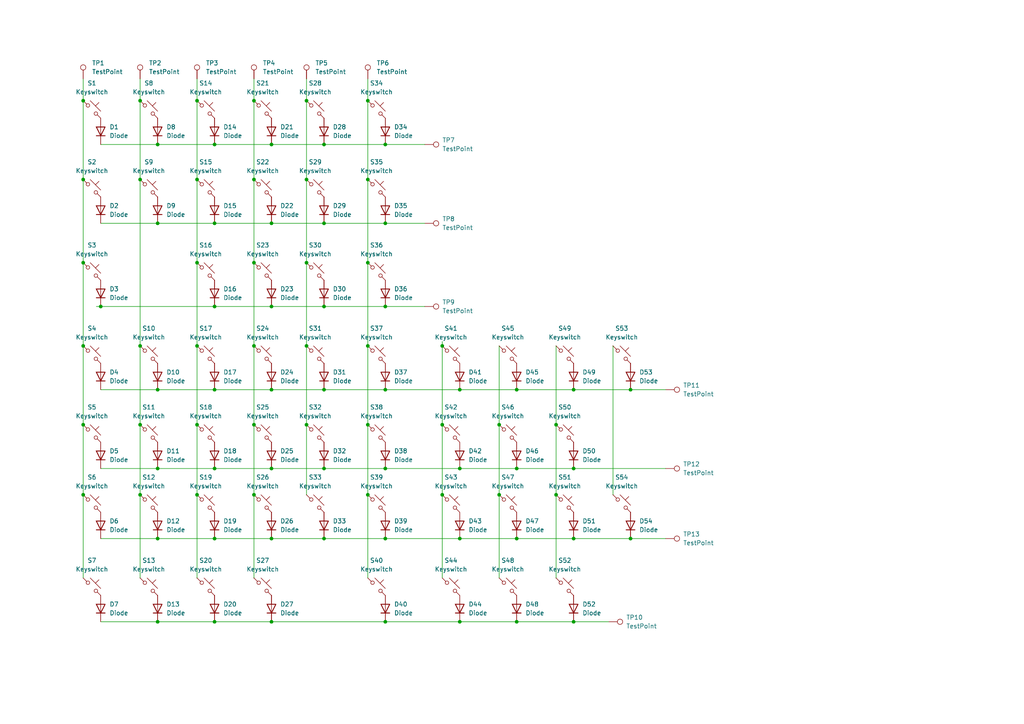
<source format=kicad_sch>
(kicad_sch (version 20231120) (generator "eeschema") (generator_version "8.0")
  (paper "A4")
  (junction (at 73.66 29.21))
  (junction (at 62.23 180.34))
  (junction (at 88.9 123.19))
  (junction (at 78.74 113.03))
  (junction (at 161.29 143.51))
  (junction (at 24.13 100.33))
  (junction (at 45.72 41.91))
  (junction (at 62.23 135.89))
  (junction (at 133.35 113.03))
  (junction (at 62.23 88.9))
  (junction (at 106.68 123.19))
  (junction (at 106.68 100.33))
  (junction (at 144.78 123.19))
  (junction (at 93.98 135.89))
  (junction (at 166.37 156.21))
  (junction (at 161.29 123.19))
  (junction (at 111.76 41.91))
  (junction (at 93.98 64.77))
  (junction (at 106.68 76.2))
  (junction (at 106.68 52.07))
  (junction (at 88.9 52.07))
  (junction (at 93.98 156.21))
  (junction (at 73.66 100.33))
  (junction (at 73.66 143.51))
  (junction (at 24.13 76.2))
  (junction (at 45.72 156.21))
  (junction (at 57.15 143.51))
  (junction (at 62.23 64.77))
  (junction (at 40.64 52.07))
  (junction (at 57.15 100.33))
  (junction (at 111.76 64.77))
  (junction (at 88.9 100.33))
  (junction (at 182.88 156.21))
  (junction (at 88.9 76.2))
  (junction (at 128.27 123.19))
  (junction (at 166.37 135.89))
  (junction (at 149.86 156.21))
  (junction (at 128.27 143.51))
  (junction (at 149.86 180.34))
  (junction (at 62.23 113.03))
  (junction (at 40.64 100.33))
  (junction (at 40.64 29.21))
  (junction (at 111.76 180.34))
  (junction (at 62.23 156.21))
  (junction (at 62.23 41.91))
  (junction (at 78.74 41.91))
  (junction (at 133.35 180.34))
  (junction (at 73.66 123.19))
  (junction (at 57.15 76.2))
  (junction (at 111.76 88.9))
  (junction (at 106.68 143.51))
  (junction (at 93.98 88.9))
  (junction (at 73.66 52.07))
  (junction (at 78.74 88.9))
  (junction (at 24.13 123.19))
  (junction (at 45.72 180.34))
  (junction (at 88.9 29.21))
  (junction (at 166.37 180.34))
  (junction (at 78.74 156.21))
  (junction (at 128.27 100.33))
  (junction (at 106.68 29.21))
  (junction (at 149.86 113.03))
  (junction (at 111.76 156.21))
  (junction (at 78.74 180.34))
  (junction (at 40.64 143.51))
  (junction (at 24.13 143.51))
  (junction (at 57.15 123.19))
  (junction (at 40.64 123.19))
  (junction (at 144.78 143.51))
  (junction (at 78.74 135.89))
  (junction (at 182.88 113.03))
  (junction (at 166.37 113.03))
  (junction (at 73.66 76.2))
  (junction (at 133.35 156.21))
  (junction (at 45.72 113.03))
  (junction (at 24.13 52.07))
  (junction (at 24.13 29.21))
  (junction (at 111.76 113.03))
  (junction (at 111.76 135.89))
  (junction (at 93.98 113.03))
  (junction (at 149.86 135.89))
  (junction (at 93.98 41.91))
  (junction (at 45.72 64.77))
  (junction (at 78.74 64.77))
  (junction (at 57.15 52.07))
  (junction (at 133.35 135.89))
  (junction (at 29.21 88.9))
  (junction (at 45.72 135.89))
  (junction (at 57.15 29.21))
  (wire (pts (xy 93.98 88.9) (xy 111.76 88.9)))
  (wire (pts (xy 45.72 113.03) (xy 62.23 113.03)))
  (wire (pts (xy 166.37 113.03) (xy 182.88 113.03)))
  (wire (pts (xy 111.76 135.89) (xy 133.35 135.89)))
  (wire (pts (xy 149.86 180.34) (xy 166.37 180.34)))
  (wire (pts (xy 161.29 100.33) (xy 161.29 123.19)))
  (wire (pts (xy 88.9 100.33) (xy 88.9 123.19)))
  (wire (pts (xy 62.23 156.21) (xy 78.74 156.21)))
  (wire (pts (xy 62.23 41.91) (xy 78.74 41.91)))
  (wire (pts (xy 24.13 143.51) (xy 24.13 167.64)))
  (wire (pts (xy 149.86 156.21) (xy 166.37 156.21)))
  (wire (pts (xy 45.72 156.21) (xy 62.23 156.21)))
  (wire (pts (xy 73.66 22.86) (xy 73.66 29.21)))
  (wire (pts (xy 78.74 156.21) (xy 93.98 156.21)))
  (wire (pts (xy 106.68 100.33) (xy 106.68 123.19)))
  (wire (pts (xy 24.13 100.33) (xy 24.13 123.19)))
  (wire (pts (xy 57.15 143.51) (xy 57.15 167.64)))
  (wire (pts (xy 93.98 135.89) (xy 111.76 135.89)))
  (wire (pts (xy 40.64 100.33) (xy 40.64 123.19)))
  (wire (pts (xy 78.74 135.89) (xy 93.98 135.89)))
  (wire (pts (xy 57.15 52.07) (xy 57.15 76.2)))
  (wire (pts (xy 78.74 88.9) (xy 93.98 88.9)))
  (wire (pts (xy 88.9 123.19) (xy 88.9 143.51)))
  (wire (pts (xy 40.64 52.07) (xy 40.64 100.33)))
  (wire (pts (xy 40.64 123.19) (xy 40.64 143.51)))
  (wire (pts (xy 40.64 22.86) (xy 40.64 29.21)))
  (wire (pts (xy 57.15 29.21) (xy 57.15 52.07)))
  (wire (pts (xy 128.27 123.19) (xy 128.27 143.51)))
  (wire (pts (xy 133.35 180.34) (xy 149.86 180.34)))
  (wire (pts (xy 24.13 22.86) (xy 24.13 29.21)))
  (wire (pts (xy 24.13 52.07) (xy 24.13 76.2)))
  (wire (pts (xy 166.37 156.21) (xy 182.88 156.21)))
  (wire (pts (xy 24.13 29.21) (xy 24.13 52.07)))
  (wire (pts (xy 133.35 135.89) (xy 149.86 135.89)))
  (wire (pts (xy 73.66 29.21) (xy 73.66 52.07)))
  (wire (pts (xy 182.88 113.03) (xy 193.04 113.03)))
  (wire (pts (xy 161.29 123.19) (xy 161.29 143.51)))
  (wire (pts (xy 106.68 22.86) (xy 106.68 29.21)))
  (wire (pts (xy 161.29 143.51) (xy 161.29 167.64)))
  (wire (pts (xy 73.66 52.07) (xy 73.66 76.2)))
  (wire (pts (xy 88.9 29.21) (xy 88.9 52.07)))
  (wire (pts (xy 62.23 113.03) (xy 78.74 113.03)))
  (wire (pts (xy 106.68 29.21) (xy 106.68 52.07)))
  (wire (pts (xy 133.35 156.21) (xy 149.86 156.21)))
  (wire (pts (xy 133.35 113.03) (xy 149.86 113.03)))
  (wire (pts (xy 45.72 64.77) (xy 62.23 64.77)))
  (wire (pts (xy 29.21 64.77) (xy 45.72 64.77)))
  (wire (pts (xy 128.27 100.33) (xy 128.27 123.19)))
  (wire (pts (xy 24.13 123.19) (xy 24.13 143.51)))
  (wire (pts (xy 144.78 100.33) (xy 144.78 123.19)))
  (wire (pts (xy 88.9 22.86) (xy 88.9 29.21)))
  (wire (pts (xy 111.76 113.03) (xy 133.35 113.03)))
  (wire (pts (xy 88.9 52.07) (xy 88.9 76.2)))
  (wire (pts (xy 29.21 113.03) (xy 45.72 113.03)))
  (wire (pts (xy 62.23 88.9) (xy 78.74 88.9)))
  (wire (pts (xy 57.15 22.86) (xy 57.15 29.21)))
  (wire (pts (xy 166.37 180.34) (xy 176.53 180.34)))
  (wire (pts (xy 62.23 180.34) (xy 78.74 180.34)))
  (wire (pts (xy 128.27 143.51) (xy 128.27 167.64)))
  (wire (pts (xy 29.21 135.89) (xy 45.72 135.89)))
  (wire (pts (xy 62.23 135.89) (xy 78.74 135.89)))
  (wire (pts (xy 106.68 143.51) (xy 106.68 167.64)))
  (wire (pts (xy 24.13 76.2) (xy 24.13 100.33)))
  (wire (pts (xy 111.76 180.34) (xy 133.35 180.34)))
  (wire (pts (xy 57.15 100.33) (xy 57.15 123.19)))
  (wire (pts (xy 29.21 41.91) (xy 45.72 41.91)))
  (wire (pts (xy 78.74 41.91) (xy 93.98 41.91)))
  (wire (pts (xy 57.15 76.2) (xy 57.15 100.33)))
  (wire (pts (xy 45.72 41.91) (xy 62.23 41.91)))
  (wire (pts (xy 62.23 64.77) (xy 78.74 64.77)))
  (wire (pts (xy 93.98 156.21) (xy 111.76 156.21)))
  (wire (pts (xy 93.98 113.03) (xy 111.76 113.03)))
  (wire (pts (xy 45.72 135.89) (xy 62.23 135.89)))
  (wire (pts (xy 144.78 123.19) (xy 144.78 143.51)))
  (wire (pts (xy 93.98 41.91) (xy 111.76 41.91)))
  (wire (pts (xy 29.21 180.34) (xy 45.72 180.34)))
  (wire (pts (xy 149.86 135.89) (xy 166.37 135.89)))
  (wire (pts (xy 149.86 113.03) (xy 166.37 113.03)))
  (wire (pts (xy 166.37 135.89) (xy 193.04 135.89)))
  (wire (pts (xy 73.66 100.33) (xy 73.66 123.19)))
  (wire (pts (xy 40.64 29.21) (xy 40.64 52.07)))
  (wire (pts (xy 78.74 180.34) (xy 111.76 180.34)))
  (wire (pts (xy 106.68 76.2) (xy 106.68 100.33)))
  (wire (pts (xy 182.88 156.21) (xy 193.04 156.21)))
  (wire (pts (xy 106.68 52.07) (xy 106.68 76.2)))
  (wire (pts (xy 78.74 64.77) (xy 93.98 64.77)))
  (wire (pts (xy 111.76 88.9) (xy 123.19 88.9)))
  (wire (pts (xy 73.66 143.51) (xy 73.66 167.64)))
  (wire (pts (xy 93.98 64.77) (xy 111.76 64.77)))
  (wire (pts (xy 144.78 143.51) (xy 144.78 167.64)))
  (wire (pts (xy 73.66 76.2) (xy 73.66 100.33)))
  (wire (pts (xy 57.15 123.19) (xy 57.15 143.51)))
  (wire (pts (xy 106.68 123.19) (xy 106.68 143.51)))
  (wire (pts (xy 45.72 180.34) (xy 62.23 180.34)))
  (wire (pts (xy 40.64 143.51) (xy 40.64 167.64)))
  (wire (pts (xy 29.21 156.21) (xy 45.72 156.21)))
  (wire (pts (xy 128.27 99.06) (xy 128.27 100.33)))
  (wire (pts (xy 111.76 156.21) (xy 133.35 156.21)))
  (wire (pts (xy 111.76 41.91) (xy 123.19 41.91)))
  (wire (pts (xy 27.94 88.9) (xy 29.21 88.9)))
  (wire (pts (xy 78.74 113.03) (xy 93.98 113.03)))
  (wire (pts (xy 88.9 76.2) (xy 88.9 100.33)))
  (wire (pts (xy 73.66 123.19) (xy 73.66 143.51)))
  (wire (pts (xy 177.8 100.33) (xy 177.8 143.51)))
  (wire (pts (xy 111.76 64.77) (xy 123.19 64.77)))
  (wire (pts (xy 29.21 88.9) (xy 62.23 88.9)))
  (symbol (lib_id "ScottoKeebs:Placeholder_Keyswitch") (at 43.18 102.87 0) (unit 1)
    (property "Reference" "S10" (at 43.18 95.25 0))
    (property "Value" "Keyswitch" (at 43.18 97.79 0))
    (property "Footprint" "DomeSwitches:DomeSwitch_8mm_double_sided" (effects (hide yes)))
    (property "Description" "Push button switch, normally open, two pins, 45° tilted" (effects (hide yes)))
  )
  (symbol (lib_id "ScottoKeebs:Placeholder_Keyswitch") (at 163.83 146.05 0) (unit 1)
    (property "Reference" "S51" (at 163.83 138.43 0))
    (property "Value" "Keyswitch" (at 163.83 140.97 0))
    (property "Footprint" "DomeSwitches:DomeSwitch_8mm_double_sided" (effects (hide yes)))
    (property "Description" "Push button switch, normally open, two pins, 45° tilted" (effects (hide yes)))
  )
  (symbol (lib_id "ScottoKeebs:Placeholder_Diode") (at 111.76 109.22 90) (unit 1)
    (property "Reference" "D37" (at 114.3 107.9499 90) (effects (justify right)))
    (property "Value" "Diode" (at 114.3 110.4899 90) (effects (justify right)))
    (property "Footprint" "Diode_SMD:D_PowerDI-123" (effects (hide yes)))
    (property "Description" "1N4148 (DO-35) or 1N4148W (SOD-123)" (effects (hide yes)))
    (property "Sim.Device" "D" (effects (hide yes)))
    (property "Sim.Pins" "1=K 2=A" (effects (hide yes)))
  )
  (symbol (lib_id "Connector:TestPoint") (at 24.13 22.86 0) (unit 1)
    (property "Reference" "TP1" (at 26.67 18.2879 0) (effects (justify left)))
    (property "Value" "TestPoint" (at 26.67 20.8279 0) (effects (justify left)))
    (property "Footprint" "TestPoint:TestPoint_Pad_D1.5mm" (effects (hide yes)))
    (property "Description" "test point" (effects (hide yes)))
  )
  (symbol (lib_id "ScottoKeebs:Placeholder_Keyswitch") (at 130.81 102.87 0) (unit 1)
    (property "Reference" "S41" (at 130.81 95.25 0))
    (property "Value" "Keyswitch" (at 130.81 97.79 0))
    (property "Footprint" "DomeSwitches:DomeSwitch_8mm_double_sided" (effects (hide yes)))
    (property "Description" "Push button switch, normally open, two pins, 45° tilted" (effects (hide yes)))
  )
  (symbol (lib_id "ScottoKeebs:Placeholder_Diode") (at 166.37 152.4 90) (unit 1)
    (property "Reference" "D51" (at 168.91 151.1299 90) (effects (justify right)))
    (property "Value" "Diode" (at 168.91 153.6699 90) (effects (justify right)))
    (property "Footprint" "Diode_SMD:D_PowerDI-123" (effects (hide yes)))
    (property "Description" "1N4148 (DO-35) or 1N4148W (SOD-123)" (effects (hide yes)))
    (property "Sim.Device" "D" (effects (hide yes)))
    (property "Sim.Pins" "1=K 2=A" (effects (hide yes)))
  )
  (symbol (lib_id "ScottoKeebs:Placeholder_Diode") (at 29.21 109.22 90) (unit 1)
    (property "Reference" "D4" (at 31.75 107.9499 90) (effects (justify right)))
    (property "Value" "Diode" (at 31.75 110.4899 90) (effects (justify right)))
    (property "Footprint" "Diode_SMD:D_PowerDI-123" (effects (hide yes)))
    (property "Description" "1N4148 (DO-35) or 1N4148W (SOD-123)" (effects (hide yes)))
    (property "Sim.Device" "D" (effects (hide yes)))
    (property "Sim.Pins" "1=K 2=A" (effects (hide yes)))
  )
  (symbol (lib_id "ScottoKeebs:Placeholder_Diode") (at 45.72 38.1 90) (unit 1)
    (property "Reference" "D8" (at 48.26 36.8299 90) (effects (justify right)))
    (property "Value" "Diode" (at 48.26 39.3699 90) (effects (justify right)))
    (property "Footprint" "Diode_SMD:D_PowerDI-123" (effects (hide yes)))
    (property "Description" "1N4148 (DO-35) or 1N4148W (SOD-123)" (effects (hide yes)))
    (property "Sim.Device" "D" (effects (hide yes)))
    (property "Sim.Pins" "1=K 2=A" (effects (hide yes)))
  )
  (symbol (lib_id "ScottoKeebs:Placeholder_Keyswitch") (at 43.18 54.61 0) (unit 1)
    (property "Reference" "S9" (at 43.18 46.99 0))
    (property "Value" "Keyswitch" (at 43.18 49.53 0))
    (property "Footprint" "DomeSwitches:DomeSwitch_8mm_double_sided" (effects (hide yes)))
    (property "Description" "Push button switch, normally open, two pins, 45° tilted" (effects (hide yes)))
  )
  (symbol (lib_id "ScottoKeebs:Placeholder_Diode") (at 29.21 38.1 90) (unit 1)
    (property "Reference" "D1" (at 31.75 36.8299 90) (effects (justify right)))
    (property "Value" "Diode" (at 31.75 39.3699 90) (effects (justify right)))
    (property "Footprint" "Diode_SMD:D_PowerDI-123" (effects (hide yes)))
    (property "Description" "1N4148 (DO-35) or 1N4148W (SOD-123)" (effects (hide yes)))
    (property "Sim.Device" "D" (effects (hide yes)))
    (property "Sim.Pins" "1=K 2=A" (effects (hide yes)))
  )
  (symbol (lib_id "ScottoKeebs:Placeholder_Diode") (at 93.98 60.96 90) (unit 1)
    (property "Reference" "D29" (at 96.52 59.6899 90) (effects (justify right)))
    (property "Value" "Diode" (at 96.52 62.2299 90) (effects (justify right)))
    (property "Footprint" "Diode_SMD:D_PowerDI-123" (effects (hide yes)))
    (property "Description" "1N4148 (DO-35) or 1N4148W (SOD-123)" (effects (hide yes)))
    (property "Sim.Device" "D" (effects (hide yes)))
    (property "Sim.Pins" "1=K 2=A" (effects (hide yes)))
  )
  (symbol (lib_id "ScottoKeebs:Placeholder_Diode") (at 93.98 132.08 90) (unit 1)
    (property "Reference" "D32" (at 96.52 130.8099 90) (effects (justify right)))
    (property "Value" "Diode" (at 96.52 133.3499 90) (effects (justify right)))
    (property "Footprint" "Diode_SMD:D_PowerDI-123" (effects (hide yes)))
    (property "Description" "1N4148 (DO-35) or 1N4148W (SOD-123)" (effects (hide yes)))
    (property "Sim.Device" "D" (effects (hide yes)))
    (property "Sim.Pins" "1=K 2=A" (effects (hide yes)))
  )
  (symbol (lib_id "ScottoKeebs:Placeholder_Keyswitch") (at 109.22 102.87 0) (unit 1)
    (property "Reference" "S37" (at 109.22 95.25 0))
    (property "Value" "Keyswitch" (at 109.22 97.79 0))
    (property "Footprint" "DomeSwitches:DomeSwitch_8mm_double_sided" (effects (hide yes)))
    (property "Description" "Push button switch, normally open, two pins, 45° tilted" (effects (hide yes)))
  )
  (symbol (lib_id "ScottoKeebs:Placeholder_Diode") (at 78.74 152.4 90) (unit 1)
    (property "Reference" "D26" (at 81.28 151.1299 90) (effects (justify right)))
    (property "Value" "Diode" (at 81.28 153.6699 90) (effects (justify right)))
    (property "Footprint" "Diode_SMD:D_PowerDI-123" (effects (hide yes)))
    (property "Description" "1N4148 (DO-35) or 1N4148W (SOD-123)" (effects (hide yes)))
    (property "Sim.Device" "D" (effects (hide yes)))
    (property "Sim.Pins" "1=K 2=A" (effects (hide yes)))
  )
  (symbol (lib_id "ScottoKeebs:Placeholder_Diode") (at 62.23 132.08 90) (unit 1)
    (property "Reference" "D18" (at 64.77 130.8099 90) (effects (justify right)))
    (property "Value" "Diode" (at 64.77 133.3499 90) (effects (justify right)))
    (property "Footprint" "Diode_SMD:D_PowerDI-123" (effects (hide yes)))
    (property "Description" "1N4148 (DO-35) or 1N4148W (SOD-123)" (effects (hide yes)))
    (property "Sim.Device" "D" (effects (hide yes)))
    (property "Sim.Pins" "1=K 2=A" (effects (hide yes)))
  )
  (symbol (lib_id "ScottoKeebs:Placeholder_Keyswitch") (at 59.69 31.75 0) (unit 1)
    (property "Reference" "S14" (at 59.69 24.13 0))
    (property "Value" "Keyswitch" (at 59.69 26.67 0))
    (property "Footprint" "DomeSwitches:DomeSwitch_8mm_double_sided" (effects (hide yes)))
    (property "Description" "Push button switch, normally open, two pins, 45° tilted" (effects (hide yes)))
  )
  (symbol (lib_id "ScottoKeebs:Placeholder_Diode") (at 93.98 38.1 90) (unit 1)
    (property "Reference" "D28" (at 96.52 36.8299 90) (effects (justify right)))
    (property "Value" "Diode" (at 96.52 39.3699 90) (effects (justify right)))
    (property "Footprint" "Diode_SMD:D_PowerDI-123" (effects (hide yes)))
    (property "Description" "1N4148 (DO-35) or 1N4148W (SOD-123)" (effects (hide yes)))
    (property "Sim.Device" "D" (effects (hide yes)))
    (property "Sim.Pins" "1=K 2=A" (effects (hide yes)))
  )
  (symbol (lib_id "ScottoKeebs:Placeholder_Diode") (at 62.23 60.96 90) (unit 1)
    (property "Reference" "D15" (at 64.77 59.6899 90) (effects (justify right)))
    (property "Value" "Diode" (at 64.77 62.2299 90) (effects (justify right)))
    (property "Footprint" "Diode_SMD:D_PowerDI-123" (effects (hide yes)))
    (property "Description" "1N4148 (DO-35) or 1N4148W (SOD-123)" (effects (hide yes)))
    (property "Sim.Device" "D" (effects (hide yes)))
    (property "Sim.Pins" "1=K 2=A" (effects (hide yes)))
  )
  (symbol (lib_id "Connector:TestPoint") (at 193.04 113.03 270) (unit 1)
    (property "Reference" "TP11" (at 198.12 111.7599 90) (effects (justify left)))
    (property "Value" "TestPoint" (at 198.12 114.2999 90) (effects (justify left)))
    (property "Footprint" "TestPoint:TestPoint_Pad_D1.5mm" (effects (hide yes)))
    (property "Description" "test point" (effects (hide yes)))
  )
  (symbol (lib_id "ScottoKeebs:Placeholder_Keyswitch") (at 76.2 125.73 0) (unit 1)
    (property "Reference" "S25" (at 76.2 118.11 0))
    (property "Value" "Keyswitch" (at 76.2 120.65 0))
    (property "Footprint" "DomeSwitches:DomeSwitch_8mm_double_sided" (effects (hide yes)))
    (property "Description" "Push button switch, normally open, two pins, 45° tilted" (effects (hide yes)))
  )
  (symbol (lib_id "ScottoKeebs:Placeholder_Keyswitch") (at 76.2 78.74 0) (unit 1)
    (property "Reference" "S23" (at 76.2 71.12 0))
    (property "Value" "Keyswitch" (at 76.2 73.66 0))
    (property "Footprint" "DomeSwitches:DomeSwitch_8mm_double_sided" (effects (hide yes)))
    (property "Description" "Push button switch, normally open, two pins, 45° tilted" (effects (hide yes)))
  )
  (symbol (lib_id "ScottoKeebs:Placeholder_Keyswitch") (at 26.67 78.74 0) (unit 1)
    (property "Reference" "S3" (at 26.67 71.12 0))
    (property "Value" "Keyswitch" (at 26.67 73.66 0))
    (property "Footprint" "DomeSwitches:DomeSwitch_8mm_double_sided" (effects (hide yes)))
    (property "Description" "Push button switch, normally open, two pins, 45° tilted" (effects (hide yes)))
  )
  (symbol (lib_id "ScottoKeebs:Placeholder_Keyswitch") (at 163.83 102.87 0) (unit 1)
    (property "Reference" "S49" (at 163.83 95.25 0))
    (property "Value" "Keyswitch" (at 163.83 97.79 0))
    (property "Footprint" "DomeSwitches:DomeSwitch_8mm_double_sided" (effects (hide yes)))
    (property "Description" "Push button switch, normally open, two pins, 45° tilted" (effects (hide yes)))
  )
  (symbol (lib_id "ScottoKeebs:Placeholder_Diode") (at 29.21 176.53 90) (unit 1)
    (property "Reference" "D7" (at 31.75 175.2599 90) (effects (justify right)))
    (property "Value" "Diode" (at 31.75 177.7999 90) (effects (justify right)))
    (property "Footprint" "Diode_SMD:D_PowerDI-123" (effects (hide yes)))
    (property "Description" "1N4148 (DO-35) or 1N4148W (SOD-123)" (effects (hide yes)))
    (property "Sim.Device" "D" (effects (hide yes)))
    (property "Sim.Pins" "1=K 2=A" (effects (hide yes)))
  )
  (symbol (lib_id "ScottoKeebs:Placeholder_Keyswitch") (at 43.18 31.75 0) (unit 1)
    (property "Reference" "S8" (at 43.18 24.13 0))
    (property "Value" "Keyswitch" (at 43.18 26.67 0))
    (property "Footprint" "DomeSwitches:DomeSwitch_8mm_double_sided" (effects (hide yes)))
    (property "Description" "Push button switch, normally open, two pins, 45° tilted" (effects (hide yes)))
  )
  (symbol (lib_id "ScottoKeebs:Placeholder_Keyswitch") (at 26.67 125.73 0) (unit 1)
    (property "Reference" "S5" (at 26.67 118.11 0))
    (property "Value" "Keyswitch" (at 26.67 120.65 0))
    (property "Footprint" "DomeSwitches:DomeSwitch_8mm_double_sided" (effects (hide yes)))
    (property "Description" "Push button switch, normally open, two pins, 45° tilted" (effects (hide yes)))
  )
  (symbol (lib_id "ScottoKeebs:Placeholder_Keyswitch") (at 76.2 54.61 0) (unit 1)
    (property "Reference" "S22" (at 76.2 46.99 0))
    (property "Value" "Keyswitch" (at 76.2 49.53 0))
    (property "Footprint" "DomeSwitches:DomeSwitch_8mm_double_sided" (effects (hide yes)))
    (property "Description" "Push button switch, normally open, two pins, 45° tilted" (effects (hide yes)))
  )
  (symbol (lib_id "ScottoKeebs:Placeholder_Diode") (at 78.74 38.1 90) (unit 1)
    (property "Reference" "D21" (at 81.28 36.8299 90) (effects (justify right)))
    (property "Value" "Diode" (at 81.28 39.3699 90) (effects (justify right)))
    (property "Footprint" "Diode_SMD:D_PowerDI-123" (effects (hide yes)))
    (property "Description" "1N4148 (DO-35) or 1N4148W (SOD-123)" (effects (hide yes)))
    (property "Sim.Device" "D" (effects (hide yes)))
    (property "Sim.Pins" "1=K 2=A" (effects (hide yes)))
  )
  (symbol (lib_id "ScottoKeebs:Placeholder_Keyswitch") (at 163.83 170.18 0) (unit 1)
    (property "Reference" "S52" (at 163.83 162.56 0))
    (property "Value" "Keyswitch" (at 163.83 165.1 0))
    (property "Footprint" "DomeSwitches:DomeSwitch_8mm_double_sided" (effects (hide yes)))
    (property "Description" "Push button switch, normally open, two pins, 45° tilted" (effects (hide yes)))
  )
  (symbol (lib_id "Connector:TestPoint") (at 57.15 22.86 0) (unit 1)
    (property "Reference" "TP3" (at 59.69 18.2879 0) (effects (justify left)))
    (property "Value" "TestPoint" (at 59.69 20.8279 0) (effects (justify left)))
    (property "Footprint" "TestPoint:TestPoint_Pad_D1.5mm" (effects (hide yes)))
    (property "Description" "test point" (effects (hide yes)))
  )
  (symbol (lib_id "ScottoKeebs:Placeholder_Diode") (at 78.74 176.53 90) (unit 1)
    (property "Reference" "D27" (at 81.28 175.2599 90) (effects (justify right)))
    (property "Value" "Diode" (at 81.28 177.7999 90) (effects (justify right)))
    (property "Footprint" "Diode_SMD:D_PowerDI-123" (effects (hide yes)))
    (property "Description" "1N4148 (DO-35) or 1N4148W (SOD-123)" (effects (hide yes)))
    (property "Sim.Device" "D" (effects (hide yes)))
    (property "Sim.Pins" "1=K 2=A" (effects (hide yes)))
  )
  (symbol (lib_id "ScottoKeebs:Placeholder_Diode") (at 29.21 85.09 90) (unit 1)
    (property "Reference" "D3" (at 31.75 83.8199 90) (effects (justify right)))
    (property "Value" "Diode" (at 31.75 86.3599 90) (effects (justify right)))
    (property "Footprint" "Diode_SMD:D_PowerDI-123" (effects (hide yes)))
    (property "Description" "1N4148 (DO-35) or 1N4148W (SOD-123)" (effects (hide yes)))
    (property "Sim.Device" "D" (effects (hide yes)))
    (property "Sim.Pins" "1=K 2=A" (effects (hide yes)))
  )
  (symbol (lib_id "ScottoKeebs:Placeholder_Diode") (at 78.74 60.96 90) (unit 1)
    (property "Reference" "D22" (at 81.28 59.6899 90) (effects (justify right)))
    (property "Value" "Diode" (at 81.28 62.2299 90) (effects (justify right)))
    (property "Footprint" "Diode_SMD:D_PowerDI-123" (effects (hide yes)))
    (property "Description" "1N4148 (DO-35) or 1N4148W (SOD-123)" (effects (hide yes)))
    (property "Sim.Device" "D" (effects (hide yes)))
    (property "Sim.Pins" "1=K 2=A" (effects (hide yes)))
  )
  (symbol (lib_id "ScottoKeebs:Placeholder_Keyswitch") (at 109.22 31.75 0) (unit 1)
    (property "Reference" "S34" (at 109.22 24.13 0))
    (property "Value" "Keyswitch" (at 109.22 26.67 0))
    (property "Footprint" "DomeSwitches:DomeSwitch_8mm_double_sided" (effects (hide yes)))
    (property "Description" "Push button switch, normally open, two pins, 45° tilted" (effects (hide yes)))
  )
  (symbol (lib_id "ScottoKeebs:Placeholder_Keyswitch") (at 43.18 146.05 0) (unit 1)
    (property "Reference" "S12" (at 43.18 138.43 0))
    (property "Value" "Keyswitch" (at 43.18 140.97 0))
    (property "Footprint" "DomeSwitches:DomeSwitch_8mm_double_sided" (effects (hide yes)))
    (property "Description" "Push button switch, normally open, two pins, 45° tilted" (effects (hide yes)))
  )
  (symbol (lib_id "ScottoKeebs:Placeholder_Keyswitch") (at 109.22 125.73 0) (unit 1)
    (property "Reference" "S38" (at 109.22 118.11 0))
    (property "Value" "Keyswitch" (at 109.22 120.65 0))
    (property "Footprint" "DomeSwitches:DomeSwitch_8mm_double_sided" (effects (hide yes)))
    (property "Description" "Push button switch, normally open, two pins, 45° tilted" (effects (hide yes)))
  )
  (symbol (lib_id "ScottoKeebs:Placeholder_Diode") (at 166.37 109.22 90) (unit 1)
    (property "Reference" "D49" (at 168.91 107.9499 90) (effects (justify right)))
    (property "Value" "Diode" (at 168.91 110.4899 90) (effects (justify right)))
    (property "Footprint" "Diode_SMD:D_PowerDI-123" (effects (hide yes)))
    (property "Description" "1N4148 (DO-35) or 1N4148W (SOD-123)" (effects (hide yes)))
    (property "Sim.Device" "D" (effects (hide yes)))
    (property "Sim.Pins" "1=K 2=A" (effects (hide yes)))
  )
  (symbol (lib_id "ScottoKeebs:Placeholder_Diode") (at 93.98 85.09 90) (unit 1)
    (property "Reference" "D30" (at 96.52 83.8199 90) (effects (justify right)))
    (property "Value" "Diode" (at 96.52 86.3599 90) (effects (justify right)))
    (property "Footprint" "Diode_SMD:D_PowerDI-123" (effects (hide yes)))
    (property "Description" "1N4148 (DO-35) or 1N4148W (SOD-123)" (effects (hide yes)))
    (property "Sim.Device" "D" (effects (hide yes)))
    (property "Sim.Pins" "1=K 2=A" (effects (hide yes)))
  )
  (symbol (lib_id "Connector:TestPoint") (at 193.04 135.89 270) (unit 1)
    (property "Reference" "TP12" (at 198.12 134.6199 90) (effects (justify left)))
    (property "Value" "TestPoint" (at 198.12 137.1599 90) (effects (justify left)))
    (property "Footprint" "TestPoint:TestPoint_Pad_D1.5mm" (effects (hide yes)))
    (property "Description" "test point" (effects (hide yes)))
  )
  (symbol (lib_id "ScottoKeebs:Placeholder_Keyswitch") (at 91.44 125.73 0) (unit 1)
    (property "Reference" "S32" (at 91.44 118.11 0))
    (property "Value" "Keyswitch" (at 91.44 120.65 0))
    (property "Footprint" "DomeSwitches:DomeSwitch_8mm_double_sided" (effects (hide yes)))
    (property "Description" "Push button switch, normally open, two pins, 45° tilted" (effects (hide yes)))
  )
  (symbol (lib_id "ScottoKeebs:Placeholder_Diode") (at 133.35 152.4 90) (unit 1)
    (property "Reference" "D43" (at 135.89 151.1299 90) (effects (justify right)))
    (property "Value" "Diode" (at 135.89 153.6699 90) (effects (justify right)))
    (property "Footprint" "Diode_SMD:D_PowerDI-123" (effects (hide yes)))
    (property "Description" "1N4148 (DO-35) or 1N4148W (SOD-123)" (effects (hide yes)))
    (property "Sim.Device" "D" (effects (hide yes)))
    (property "Sim.Pins" "1=K 2=A" (effects (hide yes)))
  )
  (symbol (lib_id "ScottoKeebs:Placeholder_Keyswitch") (at 91.44 31.75 0) (unit 1)
    (property "Reference" "S28" (at 91.44 24.13 0))
    (property "Value" "Keyswitch" (at 91.44 26.67 0))
    (property "Footprint" "DomeSwitches:DomeSwitch_8mm_double_sided" (effects (hide yes)))
    (property "Description" "Push button switch, normally open, two pins, 45° tilted" (effects (hide yes)))
  )
  (symbol (lib_id "ScottoKeebs:Placeholder_Keyswitch") (at 109.22 78.74 0) (unit 1)
    (property "Reference" "S36" (at 109.22 71.12 0))
    (property "Value" "Keyswitch" (at 109.22 73.66 0))
    (property "Footprint" "DomeSwitches:DomeSwitch_8mm_double_sided" (effects (hide yes)))
    (property "Description" "Push button switch, normally open, two pins, 45° tilted" (effects (hide yes)))
  )
  (symbol (lib_id "ScottoKeebs:Placeholder_Diode") (at 45.72 60.96 90) (unit 1)
    (property "Reference" "D9" (at 48.26 59.6899 90) (effects (justify right)))
    (property "Value" "Diode" (at 48.26 62.2299 90) (effects (justify right)))
    (property "Footprint" "Diode_SMD:D_PowerDI-123" (effects (hide yes)))
    (property "Description" "1N4148 (DO-35) or 1N4148W (SOD-123)" (effects (hide yes)))
    (property "Sim.Device" "D" (effects (hide yes)))
    (property "Sim.Pins" "1=K 2=A" (effects (hide yes)))
  )
  (symbol (lib_id "ScottoKeebs:Placeholder_Diode") (at 29.21 132.08 90) (unit 1)
    (property "Reference" "D5" (at 31.75 130.8099 90) (effects (justify right)))
    (property "Value" "Diode" (at 31.75 133.3499 90) (effects (justify right)))
    (property "Footprint" "Diode_SMD:D_PowerDI-123" (effects (hide yes)))
    (property "Description" "1N4148 (DO-35) or 1N4148W (SOD-123)" (effects (hide yes)))
    (property "Sim.Device" "D" (effects (hide yes)))
    (property "Sim.Pins" "1=K 2=A" (effects (hide yes)))
  )
  (symbol (lib_id "ScottoKeebs:Placeholder_Diode") (at 111.76 60.96 90) (unit 1)
    (property "Reference" "D35" (at 114.3 59.6899 90) (effects (justify right)))
    (property "Value" "Diode" (at 114.3 62.2299 90) (effects (justify right)))
    (property "Footprint" "Diode_SMD:D_PowerDI-123" (effects (hide yes)))
    (property "Description" "1N4148 (DO-35) or 1N4148W (SOD-123)" (effects (hide yes)))
    (property "Sim.Device" "D" (effects (hide yes)))
    (property "Sim.Pins" "1=K 2=A" (effects (hide yes)))
  )
  (symbol (lib_id "ScottoKeebs:Placeholder_Keyswitch") (at 26.67 102.87 0) (unit 1)
    (property "Reference" "S4" (at 26.67 95.25 0))
    (property "Value" "Keyswitch" (at 26.67 97.79 0))
    (property "Footprint" "DomeSwitches:DomeSwitch_8mm_double_sided" (effects (hide yes)))
    (property "Description" "Push button switch, normally open, two pins, 45° tilted" (effects (hide yes)))
  )
  (symbol (lib_id "ScottoKeebs:Placeholder_Keyswitch") (at 91.44 78.74 0) (unit 1)
    (property "Reference" "S30" (at 91.44 71.12 0))
    (property "Value" "Keyswitch" (at 91.44 73.66 0))
    (property "Footprint" "DomeSwitches:DomeSwitch_8mm_double_sided" (effects (hide yes)))
    (property "Description" "Push button switch, normally open, two pins, 45° tilted" (effects (hide yes)))
  )
  (symbol (lib_id "ScottoKeebs:Placeholder_Keyswitch") (at 109.22 146.05 0) (unit 1)
    (property "Reference" "S39" (at 109.22 138.43 0))
    (property "Value" "Keyswitch" (at 109.22 140.97 0))
    (property "Footprint" "DomeSwitches:DomeSwitch_8mm_double_sided" (effects (hide yes)))
    (property "Description" "Push button switch, normally open, two pins, 45° tilted" (effects (hide yes)))
  )
  (symbol (lib_id "Connector:TestPoint") (at 106.68 22.86 0) (unit 1)
    (property "Reference" "TP6" (at 109.22 18.2879 0) (effects (justify left)))
    (property "Value" "TestPoint" (at 109.22 20.8279 0) (effects (justify left)))
    (property "Footprint" "TestPoint:TestPoint_Pad_D1.5mm" (effects (hide yes)))
    (property "Description" "test point" (effects (hide yes)))
  )
  (symbol (lib_id "ScottoKeebs:Placeholder_Keyswitch") (at 26.67 170.18 0) (unit 1)
    (property "Reference" "S7" (at 26.67 162.56 0))
    (property "Value" "Keyswitch" (at 26.67 165.1 0))
    (property "Footprint" "DomeSwitches:DomeSwitch_8mm_double_sided" (effects (hide yes)))
    (property "Description" "Push button switch, normally open, two pins, 45° tilted" (effects (hide yes)))
  )
  (symbol (lib_id "ScottoKeebs:Placeholder_Diode") (at 111.76 176.53 90) (unit 1)
    (property "Reference" "D40" (at 114.3 175.2599 90) (effects (justify right)))
    (property "Value" "Diode" (at 114.3 177.7999 90) (effects (justify right)))
    (property "Footprint" "Diode_SMD:D_PowerDI-123" (effects (hide yes)))
    (property "Description" "1N4148 (DO-35) or 1N4148W (SOD-123)" (effects (hide yes)))
    (property "Sim.Device" "D" (effects (hide yes)))
    (property "Sim.Pins" "1=K 2=A" (effects (hide yes)))
  )
  (symbol (lib_id "ScottoKeebs:Placeholder_Diode") (at 78.74 85.09 90) (unit 1)
    (property "Reference" "D23" (at 81.28 83.8199 90) (effects (justify right)))
    (property "Value" "Diode" (at 81.28 86.3599 90) (effects (justify right)))
    (property "Footprint" "Diode_SMD:D_PowerDI-123" (effects (hide yes)))
    (property "Description" "1N4148 (DO-35) or 1N4148W (SOD-123)" (effects (hide yes)))
    (property "Sim.Device" "D" (effects (hide yes)))
    (property "Sim.Pins" "1=K 2=A" (effects (hide yes)))
  )
  (symbol (lib_id "ScottoKeebs:Placeholder_Keyswitch") (at 180.34 102.87 0) (unit 1)
    (property "Reference" "S53" (at 180.34 95.25 0))
    (property "Value" "Keyswitch" (at 180.34 97.79 0))
    (property "Footprint" "DomeSwitches:DomeSwitch_8mm_double_sided" (effects (hide yes)))
    (property "Description" "Push button switch, normally open, two pins, 45° tilted" (effects (hide yes)))
  )
  (symbol (lib_id "ScottoKeebs:Placeholder_Diode") (at 182.88 152.4 90) (unit 1)
    (property "Reference" "D54" (at 185.42 151.1299 90) (effects (justify right)))
    (property "Value" "Diode" (at 185.42 153.6699 90) (effects (justify right)))
    (property "Footprint" "Diode_SMD:D_PowerDI-123" (effects (hide yes)))
    (property "Description" "1N4148 (DO-35) or 1N4148W (SOD-123)" (effects (hide yes)))
    (property "Sim.Device" "D" (effects (hide yes)))
    (property "Sim.Pins" "1=K 2=A" (effects (hide yes)))
  )
  (symbol (lib_id "ScottoKeebs:Placeholder_Keyswitch") (at 147.32 170.18 0) (unit 1)
    (property "Reference" "S48" (at 147.32 162.56 0))
    (property "Value" "Keyswitch" (at 147.32 165.1 0))
    (property "Footprint" "DomeSwitches:DomeSwitch_8mm_double_sided" (effects (hide yes)))
    (property "Description" "Push button switch, normally open, two pins, 45° tilted" (effects (hide yes)))
  )
  (symbol (lib_id "Connector:TestPoint") (at 176.53 180.34 270) (unit 1)
    (property "Reference" "TP10" (at 181.61 179.0699 90) (effects (justify left)))
    (property "Value" "TestPoint" (at 181.61 181.6099 90) (effects (justify left)))
    (property "Footprint" "TestPoint:TestPoint_Pad_D1.5mm" (effects (hide yes)))
    (property "Description" "test point" (effects (hide yes)))
  )
  (symbol (lib_id "ScottoKeebs:Placeholder_Diode") (at 45.72 109.22 90) (unit 1)
    (property "Reference" "D10" (at 48.26 107.9499 90) (effects (justify right)))
    (property "Value" "Diode" (at 48.26 110.4899 90) (effects (justify right)))
    (property "Footprint" "Diode_SMD:D_PowerDI-123" (effects (hide yes)))
    (property "Description" "1N4148 (DO-35) or 1N4148W (SOD-123)" (effects (hide yes)))
    (property "Sim.Device" "D" (effects (hide yes)))
    (property "Sim.Pins" "1=K 2=A" (effects (hide yes)))
  )
  (symbol (lib_id "ScottoKeebs:Placeholder_Diode") (at 149.86 132.08 90) (unit 1)
    (property "Reference" "D46" (at 152.4 130.8099 90) (effects (justify right)))
    (property "Value" "Diode" (at 152.4 133.3499 90) (effects (justify right)))
    (property "Footprint" "Diode_SMD:D_PowerDI-123" (effects (hide yes)))
    (property "Description" "1N4148 (DO-35) or 1N4148W (SOD-123)" (effects (hide yes)))
    (property "Sim.Device" "D" (effects (hide yes)))
    (property "Sim.Pins" "1=K 2=A" (effects (hide yes)))
  )
  (symbol (lib_id "ScottoKeebs:Placeholder_Diode") (at 45.72 132.08 90) (unit 1)
    (property "Reference" "D11" (at 48.26 130.8099 90) (effects (justify right)))
    (property "Value" "Diode" (at 48.26 133.3499 90) (effects (justify right)))
    (property "Footprint" "Diode_SMD:D_PowerDI-123" (effects (hide yes)))
    (property "Description" "1N4148 (DO-35) or 1N4148W (SOD-123)" (effects (hide yes)))
    (property "Sim.Device" "D" (effects (hide yes)))
    (property "Sim.Pins" "1=K 2=A" (effects (hide yes)))
  )
  (symbol (lib_id "ScottoKeebs:Placeholder_Diode") (at 45.72 152.4 90) (unit 1)
    (property "Reference" "D12" (at 48.26 151.1299 90) (effects (justify right)))
    (property "Value" "Diode" (at 48.26 153.6699 90) (effects (justify right)))
    (property "Footprint" "Diode_SMD:D_PowerDI-123" (effects (hide yes)))
    (property "Description" "1N4148 (DO-35) or 1N4148W (SOD-123)" (effects (hide yes)))
    (property "Sim.Device" "D" (effects (hide yes)))
    (property "Sim.Pins" "1=K 2=A" (effects (hide yes)))
  )
  (symbol (lib_id "ScottoKeebs:Placeholder_Keyswitch") (at 130.81 146.05 0) (unit 1)
    (property "Reference" "S43" (at 130.81 138.43 0))
    (property "Value" "Keyswitch" (at 130.81 140.97 0))
    (property "Footprint" "DomeSwitches:DomeSwitch_8mm_double_sided" (effects (hide yes)))
    (property "Description" "Push button switch, normally open, two pins, 45° tilted" (effects (hide yes)))
  )
  (symbol (lib_id "ScottoKeebs:Placeholder_Diode") (at 93.98 152.4 90) (unit 1)
    (property "Reference" "D33" (at 96.52 151.1299 90) (effects (justify right)))
    (property "Value" "Diode" (at 96.52 153.6699 90) (effects (justify right)))
    (property "Footprint" "Diode_SMD:D_PowerDI-123" (effects (hide yes)))
    (property "Description" "1N4148 (DO-35) or 1N4148W (SOD-123)" (effects (hide yes)))
    (property "Sim.Device" "D" (effects (hide yes)))
    (property "Sim.Pins" "1=K 2=A" (effects (hide yes)))
  )
  (symbol (lib_id "ScottoKeebs:Placeholder_Diode") (at 149.86 152.4 90) (unit 1)
    (property "Reference" "D47" (at 152.4 151.1299 90) (effects (justify right)))
    (property "Value" "Diode" (at 152.4 153.6699 90) (effects (justify right)))
    (property "Footprint" "Diode_SMD:D_PowerDI-123" (effects (hide yes)))
    (property "Description" "1N4148 (DO-35) or 1N4148W (SOD-123)" (effects (hide yes)))
    (property "Sim.Device" "D" (effects (hide yes)))
    (property "Sim.Pins" "1=K 2=A" (effects (hide yes)))
  )
  (symbol (lib_id "ScottoKeebs:Placeholder_Diode") (at 45.72 176.53 90) (unit 1)
    (property "Reference" "D13" (at 48.26 175.2599 90) (effects (justify right)))
    (property "Value" "Diode" (at 48.26 177.7999 90) (effects (justify right)))
    (property "Footprint" "Diode_SMD:D_PowerDI-123" (effects (hide yes)))
    (property "Description" "1N4148 (DO-35) or 1N4148W (SOD-123)" (effects (hide yes)))
    (property "Sim.Device" "D" (effects (hide yes)))
    (property "Sim.Pins" "1=K 2=A" (effects (hide yes)))
  )
  (symbol (lib_id "ScottoKeebs:Placeholder_Diode") (at 111.76 132.08 90) (unit 1)
    (property "Reference" "D38" (at 114.3 130.8099 90) (effects (justify right)))
    (property "Value" "Diode" (at 114.3 133.3499 90) (effects (justify right)))
    (property "Footprint" "Diode_SMD:D_PowerDI-123" (effects (hide yes)))
    (property "Description" "1N4148 (DO-35) or 1N4148W (SOD-123)" (effects (hide yes)))
    (property "Sim.Device" "D" (effects (hide yes)))
    (property "Sim.Pins" "1=K 2=A" (effects (hide yes)))
  )
  (symbol (lib_id "ScottoKeebs:Placeholder_Diode") (at 62.23 152.4 90) (unit 1)
    (property "Reference" "D19" (at 64.77 151.1299 90) (effects (justify right)))
    (property "Value" "Diode" (at 64.77 153.6699 90) (effects (justify right)))
    (property "Footprint" "Diode_SMD:D_PowerDI-123" (effects (hide yes)))
    (property "Description" "1N4148 (DO-35) or 1N4148W (SOD-123)" (effects (hide yes)))
    (property "Sim.Device" "D" (effects (hide yes)))
    (property "Sim.Pins" "1=K 2=A" (effects (hide yes)))
  )
  (symbol (lib_id "Connector:TestPoint") (at 40.64 22.86 0) (unit 1)
    (property "Reference" "TP2" (at 43.18 18.2879 0) (effects (justify left)))
    (property "Value" "TestPoint" (at 43.18 20.8279 0) (effects (justify left)))
    (property "Footprint" "TestPoint:TestPoint_Pad_D1.5mm" (effects (hide yes)))
    (property "Description" "test point" (effects (hide yes)))
  )
  (symbol (lib_id "ScottoKeebs:Placeholder_Keyswitch") (at 109.22 54.61 0) (unit 1)
    (property "Reference" "S35" (at 109.22 46.99 0))
    (property "Value" "Keyswitch" (at 109.22 49.53 0))
    (property "Footprint" "DomeSwitches:DomeSwitch_8mm_double_sided" (effects (hide yes)))
    (property "Description" "Push button switch, normally open, two pins, 45° tilted" (effects (hide yes)))
  )
  (symbol (lib_id "ScottoKeebs:Placeholder_Keyswitch") (at 76.2 146.05 0) (unit 1)
    (property "Reference" "S26" (at 76.2 138.43 0))
    (property "Value" "Keyswitch" (at 76.2 140.97 0))
    (property "Footprint" "DomeSwitches:DomeSwitch_8mm_double_sided" (effects (hide yes)))
    (property "Description" "Push button switch, normally open, two pins, 45° tilted" (effects (hide yes)))
  )
  (symbol (lib_id "ScottoKeebs:Placeholder_Diode") (at 182.88 109.22 90) (unit 1)
    (property "Reference" "D53" (at 185.42 107.9499 90) (effects (justify right)))
    (property "Value" "Diode" (at 185.42 110.4899 90) (effects (justify right)))
    (property "Footprint" "Diode_SMD:D_PowerDI-123" (effects (hide yes)))
    (property "Description" "1N4148 (DO-35) or 1N4148W (SOD-123)" (effects (hide yes)))
    (property "Sim.Device" "D" (effects (hide yes)))
    (property "Sim.Pins" "1=K 2=A" (effects (hide yes)))
  )
  (symbol (lib_id "ScottoKeebs:Placeholder_Diode") (at 166.37 176.53 90) (unit 1)
    (property "Reference" "D52" (at 168.91 175.2599 90) (effects (justify right)))
    (property "Value" "Diode" (at 168.91 177.7999 90) (effects (justify right)))
    (property "Footprint" "Diode_SMD:D_PowerDI-123" (effects (hide yes)))
    (property "Description" "1N4148 (DO-35) or 1N4148W (SOD-123)" (effects (hide yes)))
    (property "Sim.Device" "D" (effects (hide yes)))
    (property "Sim.Pins" "1=K 2=A" (effects (hide yes)))
  )
  (symbol (lib_id "ScottoKeebs:Placeholder_Keyswitch") (at 59.69 54.61 0) (unit 1)
    (property "Reference" "S15" (at 59.69 46.99 0))
    (property "Value" "Keyswitch" (at 59.69 49.53 0))
    (property "Footprint" "DomeSwitches:DomeSwitch_8mm_double_sided" (effects (hide yes)))
    (property "Description" "Push button switch, normally open, two pins, 45° tilted" (effects (hide yes)))
  )
  (symbol (lib_id "ScottoKeebs:Placeholder_Diode") (at 78.74 132.08 90) (unit 1)
    (property "Reference" "D25" (at 81.28 130.8099 90) (effects (justify right)))
    (property "Value" "Diode" (at 81.28 133.3499 90) (effects (justify right)))
    (property "Footprint" "Diode_SMD:D_PowerDI-123" (effects (hide yes)))
    (property "Description" "1N4148 (DO-35) or 1N4148W (SOD-123)" (effects (hide yes)))
    (property "Sim.Device" "D" (effects (hide yes)))
    (property "Sim.Pins" "1=K 2=A" (effects (hide yes)))
  )
  (symbol (lib_id "ScottoKeebs:Placeholder_Diode") (at 133.35 132.08 90) (unit 1)
    (property "Reference" "D42" (at 135.89 130.8099 90) (effects (justify right)))
    (property "Value" "Diode" (at 135.89 133.3499 90) (effects (justify right)))
    (property "Footprint" "Diode_SMD:D_PowerDI-123" (effects (hide yes)))
    (property "Description" "1N4148 (DO-35) or 1N4148W (SOD-123)" (effects (hide yes)))
    (property "Sim.Device" "D" (effects (hide yes)))
    (property "Sim.Pins" "1=K 2=A" (effects (hide yes)))
  )
  (symbol (lib_id "ScottoKeebs:Placeholder_Diode") (at 62.23 176.53 90) (unit 1)
    (property "Reference" "D20" (at 64.77 175.2599 90) (effects (justify right)))
    (property "Value" "Diode" (at 64.77 177.7999 90) (effects (justify right)))
    (property "Footprint" "Diode_SMD:D_PowerDI-123" (effects (hide yes)))
    (property "Description" "1N4148 (DO-35) or 1N4148W (SOD-123)" (effects (hide yes)))
    (property "Sim.Device" "D" (effects (hide yes)))
    (property "Sim.Pins" "1=K 2=A" (effects (hide yes)))
  )
  (symbol (lib_id "ScottoKeebs:Placeholder_Keyswitch") (at 91.44 54.61 0) (unit 1)
    (property "Reference" "S29" (at 91.44 46.99 0))
    (property "Value" "Keyswitch" (at 91.44 49.53 0))
    (property "Footprint" "DomeSwitches:DomeSwitch_8mm_double_sided" (effects (hide yes)))
    (property "Description" "Push button switch, normally open, two pins, 45° tilted" (effects (hide yes)))
  )
  (symbol (lib_id "ScottoKeebs:Placeholder_Diode") (at 111.76 38.1 90) (unit 1)
    (property "Reference" "D34" (at 114.3 36.8299 90) (effects (justify right)))
    (property "Value" "Diode" (at 114.3 39.3699 90) (effects (justify right)))
    (property "Footprint" "Diode_SMD:D_PowerDI-123" (effects (hide yes)))
    (property "Description" "1N4148 (DO-35) or 1N4148W (SOD-123)" (effects (hide yes)))
    (property "Sim.Device" "D" (effects (hide yes)))
    (property "Sim.Pins" "1=K 2=A" (effects (hide yes)))
  )
  (symbol (lib_id "Connector:TestPoint") (at 123.19 64.77 270) (unit 1)
    (property "Reference" "TP8" (at 128.27 63.4999 90) (effects (justify left)))
    (property "Value" "TestPoint" (at 128.27 66.0399 90) (effects (justify left)))
    (property "Footprint" "TestPoint:TestPoint_Pad_D1.5mm" (effects (hide yes)))
    (property "Description" "test point" (effects (hide yes)))
  )
  (symbol (lib_id "ScottoKeebs:Placeholder_Diode") (at 133.35 109.22 90) (unit 1)
    (property "Reference" "D41" (at 135.89 107.9499 90) (effects (justify right)))
    (property "Value" "Diode" (at 135.89 110.4899 90) (effects (justify right)))
    (property "Footprint" "Diode_SMD:D_PowerDI-123" (effects (hide yes)))
    (property "Description" "1N4148 (DO-35) or 1N4148W (SOD-123)" (effects (hide yes)))
    (property "Sim.Device" "D" (effects (hide yes)))
    (property "Sim.Pins" "1=K 2=A" (effects (hide yes)))
  )
  (symbol (lib_id "ScottoKeebs:Placeholder_Keyswitch") (at 130.81 125.73 0) (unit 1)
    (property "Reference" "S42" (at 130.81 118.11 0))
    (property "Value" "Keyswitch" (at 130.81 120.65 0))
    (property "Footprint" "DomeSwitches:DomeSwitch_8mm_double_sided" (effects (hide yes)))
    (property "Description" "Push button switch, normally open, two pins, 45° tilted" (effects (hide yes)))
  )
  (symbol (lib_id "ScottoKeebs:Placeholder_Diode") (at 29.21 60.96 90) (unit 1)
    (property "Reference" "D2" (at 31.75 59.6899 90) (effects (justify right)))
    (property "Value" "Diode" (at 31.75 62.2299 90) (effects (justify right)))
    (property "Footprint" "Diode_SMD:D_PowerDI-123" (effects (hide yes)))
    (property "Description" "1N4148 (DO-35) or 1N4148W (SOD-123)" (effects (hide yes)))
    (property "Sim.Device" "D" (effects (hide yes)))
    (property "Sim.Pins" "1=K 2=A" (effects (hide yes)))
  )
  (symbol (lib_id "ScottoKeebs:Placeholder_Keyswitch") (at 76.2 102.87 0) (unit 1)
    (property "Reference" "S24" (at 76.2 95.25 0))
    (property "Value" "Keyswitch" (at 76.2 97.79 0))
    (property "Footprint" "DomeSwitches:DomeSwitch_8mm_double_sided" (effects (hide yes)))
    (property "Description" "Push button switch, normally open, two pins, 45° tilted" (effects (hide yes)))
  )
  (symbol (lib_id "ScottoKeebs:Placeholder_Diode") (at 29.21 152.4 90) (unit 1)
    (property "Reference" "D6" (at 31.75 151.1299 90) (effects (justify right)))
    (property "Value" "Diode" (at 31.75 153.6699 90) (effects (justify right)))
    (property "Footprint" "Diode_SMD:D_PowerDI-123" (effects (hide yes)))
    (property "Description" "1N4148 (DO-35) or 1N4148W (SOD-123)" (effects (hide yes)))
    (property "Sim.Device" "D" (effects (hide yes)))
    (property "Sim.Pins" "1=K 2=A" (effects (hide yes)))
  )
  (symbol (lib_id "ScottoKeebs:Placeholder_Diode") (at 149.86 176.53 90) (unit 1)
    (property "Reference" "D48" (at 152.4 175.2599 90) (effects (justify right)))
    (property "Value" "Diode" (at 152.4 177.7999 90) (effects (justify right)))
    (property "Footprint" "Diode_SMD:D_PowerDI-123" (effects (hide yes)))
    (property "Description" "1N4148 (DO-35) or 1N4148W (SOD-123)" (effects (hide yes)))
    (property "Sim.Device" "D" (effects (hide yes)))
    (property "Sim.Pins" "1=K 2=A" (effects (hide yes)))
  )
  (symbol (lib_id "ScottoKeebs:Placeholder_Diode") (at 166.37 132.08 90) (unit 1)
    (property "Reference" "D50" (at 168.91 130.8099 90) (effects (justify right)))
    (property "Value" "Diode" (at 168.91 133.3499 90) (effects (justify right)))
    (property "Footprint" "Diode_SMD:D_PowerDI-123" (effects (hide yes)))
    (property "Description" "1N4148 (DO-35) or 1N4148W (SOD-123)" (effects (hide yes)))
    (property "Sim.Device" "D" (effects (hide yes)))
    (property "Sim.Pins" "1=K 2=A" (effects (hide yes)))
  )
  (symbol (lib_id "ScottoKeebs:Placeholder_Keyswitch") (at 76.2 31.75 0) (unit 1)
    (property "Reference" "S21" (at 76.2 24.13 0))
    (property "Value" "Keyswitch" (at 76.2 26.67 0))
    (property "Footprint" "DomeSwitches:DomeSwitch_8mm_double_sided" (effects (hide yes)))
    (property "Description" "Push button switch, normally open, two pins, 45° tilted" (effects (hide yes)))
  )
  (symbol (lib_id "ScottoKeebs:Placeholder_Diode") (at 93.98 109.22 90) (unit 1)
    (property "Reference" "D31" (at 96.52 107.9499 90) (effects (justify right)))
    (property "Value" "Diode" (at 96.52 110.4899 90) (effects (justify right)))
    (property "Footprint" "Diode_SMD:D_PowerDI-123" (effects (hide yes)))
    (property "Description" "1N4148 (DO-35) or 1N4148W (SOD-123)" (effects (hide yes)))
    (property "Sim.Device" "D" (effects (hide yes)))
    (property "Sim.Pins" "1=K 2=A" (effects (hide yes)))
  )
  (symbol (lib_id "ScottoKeebs:Placeholder_Keyswitch") (at 26.67 54.61 0) (unit 1)
    (property "Reference" "S2" (at 26.67 46.99 0))
    (property "Value" "Keyswitch" (at 26.67 49.53 0))
    (property "Footprint" "DomeSwitches:DomeSwitch_8mm_double_sided" (effects (hide yes)))
    (property "Description" "Push button switch, normally open, two pins, 45° tilted" (effects (hide yes)))
  )
  (symbol (lib_id "ScottoKeebs:Placeholder_Keyswitch") (at 91.44 146.05 0) (unit 1)
    (property "Reference" "S33" (at 91.44 138.43 0))
    (property "Value" "Keyswitch" (at 91.44 140.97 0))
    (property "Footprint" "DomeSwitches:DomeSwitch_8mm_double_sided" (effects (hide yes)))
    (property "Description" "Push button switch, normally open, two pins, 45° tilted" (effects (hide yes)))
  )
  (symbol (lib_id "ScottoKeebs:Placeholder_Keyswitch") (at 76.2 170.18 0) (unit 1)
    (property "Reference" "S27" (at 76.2 162.56 0))
    (property "Value" "Keyswitch" (at 76.2 165.1 0))
    (property "Footprint" "DomeSwitches:DomeSwitch_8mm_double_sided" (effects (hide yes)))
    (property "Description" "Push button switch, normally open, two pins, 45° tilted" (effects (hide yes)))
  )
  (symbol (lib_id "ScottoKeebs:Placeholder_Keyswitch") (at 130.81 170.18 0) (unit 1)
    (property "Reference" "S44" (at 130.81 162.56 0))
    (property "Value" "Keyswitch" (at 130.81 165.1 0))
    (property "Footprint" "DomeSwitches:DomeSwitch_8mm_double_sided" (effects (hide yes)))
    (property "Description" "Push button switch, normally open, two pins, 45° tilted" (effects (hide yes)))
  )
  (symbol (lib_id "ScottoKeebs:Placeholder_Keyswitch") (at 109.22 170.18 0) (unit 1)
    (property "Reference" "S40" (at 109.22 162.56 0))
    (property "Value" "Keyswitch" (at 109.22 165.1 0))
    (property "Footprint" "DomeSwitches:DomeSwitch_8mm_double_sided" (effects (hide yes)))
    (property "Description" "Push button switch, normally open, two pins, 45° tilted" (effects (hide yes)))
  )
  (symbol (lib_id "ScottoKeebs:Placeholder_Keyswitch") (at 147.32 146.05 0) (unit 1)
    (property "Reference" "S47" (at 147.32 138.43 0))
    (property "Value" "Keyswitch" (at 147.32 140.97 0))
    (property "Footprint" "DomeSwitches:DomeSwitch_8mm_double_sided" (effects (hide yes)))
    (property "Description" "Push button switch, normally open, two pins, 45° tilted" (effects (hide yes)))
  )
  (symbol (lib_id "ScottoKeebs:Placeholder_Keyswitch") (at 59.69 102.87 0) (unit 1)
    (property "Reference" "S17" (at 59.69 95.25 0))
    (property "Value" "Keyswitch" (at 59.69 97.79 0))
    (property "Footprint" "DomeSwitches:DomeSwitch_8mm_double_sided" (effects (hide yes)))
    (property "Description" "Push button switch, normally open, two pins, 45° tilted" (effects (hide yes)))
  )
  (symbol (lib_id "Connector:TestPoint") (at 123.19 41.91 270) (unit 1)
    (property "Reference" "TP7" (at 128.27 40.6399 90) (effects (justify left)))
    (property "Value" "TestPoint" (at 128.27 43.1799 90) (effects (justify left)))
    (property "Footprint" "TestPoint:TestPoint_Pad_D1.5mm" (effects (hide yes)))
    (property "Description" "test point" (effects (hide yes)))
  )
  (symbol (lib_id "ScottoKeebs:Placeholder_Keyswitch") (at 59.69 78.74 0) (unit 1)
    (property "Reference" "S16" (at 59.69 71.12 0))
    (property "Value" "Keyswitch" (at 59.69 73.66 0))
    (property "Footprint" "DomeSwitches:DomeSwitch_8mm_double_sided" (effects (hide yes)))
    (property "Description" "Push button switch, normally open, two pins, 45° tilted" (effects (hide yes)))
  )
  (symbol (lib_id "Connector:TestPoint") (at 73.66 22.86 0) (unit 1)
    (property "Reference" "TP4" (at 76.2 18.2879 0) (effects (justify left)))
    (property "Value" "TestPoint" (at 76.2 20.8279 0) (effects (justify left)))
    (property "Footprint" "TestPoint:TestPoint_Pad_D1.5mm" (effects (hide yes)))
    (property "Description" "test point" (effects (hide yes)))
  )
  (symbol (lib_id "ScottoKeebs:Placeholder_Diode") (at 111.76 152.4 90) (unit 1)
    (property "Reference" "D39" (at 114.3 151.1299 90) (effects (justify right)))
    (property "Value" "Diode" (at 114.3 153.6699 90) (effects (justify right)))
    (property "Footprint" "Diode_SMD:D_PowerDI-123" (effects (hide yes)))
    (property "Description" "1N4148 (DO-35) or 1N4148W (SOD-123)" (effects (hide yes)))
    (property "Sim.Device" "D" (effects (hide yes)))
    (property "Sim.Pins" "1=K 2=A" (effects (hide yes)))
  )
  (symbol (lib_id "ScottoKeebs:Placeholder_Keyswitch") (at 26.67 31.75 0) (unit 1)
    (property "Reference" "S1" (at 26.67 24.13 0))
    (property "Value" "Keyswitch" (at 26.67 26.67 0))
    (property "Footprint" "DomeSwitches:DomeSwitch_8mm_double_sided" (effects (hide yes)))
    (property "Description" "Push button switch, normally open, two pins, 45° tilted" (effects (hide yes)))
  )
  (symbol (lib_id "ScottoKeebs:Placeholder_Keyswitch") (at 91.44 102.87 0) (unit 1)
    (property "Reference" "S31" (at 91.44 95.25 0))
    (property "Value" "Keyswitch" (at 91.44 97.79 0))
    (property "Footprint" "DomeSwitches:DomeSwitch_8mm_double_sided" (effects (hide yes)))
    (property "Description" "Push button switch, normally open, two pins, 45° tilted" (effects (hide yes)))
  )
  (symbol (lib_id "ScottoKeebs:Placeholder_Diode") (at 133.35 176.53 90) (unit 1)
    (property "Reference" "D44" (at 135.89 175.2599 90) (effects (justify right)))
    (property "Value" "Diode" (at 135.89 177.7999 90) (effects (justify right)))
    (property "Footprint" "Diode_SMD:D_PowerDI-123" (effects (hide yes)))
    (property "Description" "1N4148 (DO-35) or 1N4148W (SOD-123)" (effects (hide yes)))
    (property "Sim.Device" "D" (effects (hide yes)))
    (property "Sim.Pins" "1=K 2=A" (effects (hide yes)))
  )
  (symbol (lib_id "ScottoKeebs:Placeholder_Keyswitch") (at 26.67 146.05 0) (unit 1)
    (property "Reference" "S6" (at 26.67 138.43 0))
    (property "Value" "Keyswitch" (at 26.67 140.97 0))
    (property "Footprint" "DomeSwitches:DomeSwitch_8mm_double_sided" (effects (hide yes)))
    (property "Description" "Push button switch, normally open, two pins, 45° tilted" (effects (hide yes)))
  )
  (symbol (lib_id "ScottoKeebs:Placeholder_Keyswitch") (at 163.83 125.73 0) (unit 1)
    (property "Reference" "S50" (at 163.83 118.11 0))
    (property "Value" "Keyswitch" (at 163.83 120.65 0))
    (property "Footprint" "DomeSwitches:DomeSwitch_8mm_double_sided" (effects (hide yes)))
    (property "Description" "Push button switch, normally open, two pins, 45° tilted" (effects (hide yes)))
  )
  (symbol (lib_id "ScottoKeebs:Placeholder_Diode") (at 149.86 109.22 90) (unit 1)
    (property "Reference" "D45" (at 152.4 107.9499 90) (effects (justify right)))
    (property "Value" "Diode" (at 152.4 110.4899 90) (effects (justify right)))
    (property "Footprint" "Diode_SMD:D_PowerDI-123" (effects (hide yes)))
    (property "Description" "1N4148 (DO-35) or 1N4148W (SOD-123)" (effects (hide yes)))
    (property "Sim.Device" "D" (effects (hide yes)))
    (property "Sim.Pins" "1=K 2=A" (effects (hide yes)))
  )
  (symbol (lib_id "ScottoKeebs:Placeholder_Diode") (at 62.23 109.22 90) (unit 1)
    (property "Reference" "D17" (at 64.77 107.9499 90) (effects (justify right)))
    (property "Value" "Diode" (at 64.77 110.4899 90) (effects (justify right)))
    (property "Footprint" "Diode_SMD:D_PowerDI-123" (effects (hide yes)))
    (property "Description" "1N4148 (DO-35) or 1N4148W (SOD-123)" (effects (hide yes)))
    (property "Sim.Device" "D" (effects (hide yes)))
    (property "Sim.Pins" "1=K 2=A" (effects (hide yes)))
  )
  (symbol (lib_id "ScottoKeebs:Placeholder_Keyswitch") (at 147.32 125.73 0) (unit 1)
    (property "Reference" "S46" (at 147.32 118.11 0))
    (property "Value" "Keyswitch" (at 147.32 120.65 0))
    (property "Footprint" "DomeSwitches:DomeSwitch_8mm_double_sided" (effects (hide yes)))
    (property "Description" "Push button switch, normally open, two pins, 45° tilted" (effects (hide yes)))
  )
  (symbol (lib_id "ScottoKeebs:Placeholder_Keyswitch") (at 147.32 102.87 0) (unit 1)
    (property "Reference" "S45" (at 147.32 95.25 0))
    (property "Value" "Keyswitch" (at 147.32 97.79 0))
    (property "Footprint" "DomeSwitches:DomeSwitch_8mm_double_sided" (effects (hide yes)))
    (property "Description" "Push button switch, normally open, two pins, 45° tilted" (effects (hide yes)))
  )
  (symbol (lib_id "ScottoKeebs:Placeholder_Keyswitch") (at 180.34 146.05 0) (unit 1)
    (property "Reference" "S54" (at 180.34 138.43 0))
    (property "Value" "Keyswitch" (at 180.34 140.97 0))
    (property "Footprint" "DomeSwitches:DomeSwitch_8mm_double_sided" (effects (hide yes)))
    (property "Description" "Push button switch, normally open, two pins, 45° tilted" (effects (hide yes)))
  )
  (symbol (lib_id "ScottoKeebs:Placeholder_Keyswitch") (at 43.18 125.73 0) (unit 1)
    (property "Reference" "S11" (at 43.18 118.11 0))
    (property "Value" "Keyswitch" (at 43.18 120.65 0))
    (property "Footprint" "DomeSwitches:DomeSwitch_8mm_double_sided" (effects (hide yes)))
    (property "Description" "Push button switch, normally open, two pins, 45° tilted" (effects (hide yes)))
  )
  (symbol (lib_id "ScottoKeebs:Placeholder_Keyswitch") (at 59.69 125.73 0) (unit 1)
    (property "Reference" "S18" (at 59.69 118.11 0))
    (property "Value" "Keyswitch" (at 59.69 120.65 0))
    (property "Footprint" "DomeSwitches:DomeSwitch_8mm_double_sided" (effects (hide yes)))
    (property "Description" "Push button switch, normally open, two pins, 45° tilted" (effects (hide yes)))
  )
  (symbol (lib_id "ScottoKeebs:Placeholder_Keyswitch") (at 59.69 146.05 0) (unit 1)
    (property "Reference" "S19" (at 59.69 138.43 0))
    (property "Value" "Keyswitch" (at 59.69 140.97 0))
    (property "Footprint" "DomeSwitches:DomeSwitch_8mm_double_sided" (effects (hide yes)))
    (property "Description" "Push button switch, normally open, two pins, 45° tilted" (effects (hide yes)))
  )
  (symbol (lib_id "ScottoKeebs:Placeholder_Diode") (at 111.76 85.09 90) (unit 1)
    (property "Reference" "D36" (at 114.3 83.8199 90) (effects (justify right)))
    (property "Value" "Diode" (at 114.3 86.3599 90) (effects (justify right)))
    (property "Footprint" "Diode_SMD:D_PowerDI-123" (effects (hide yes)))
    (property "Description" "1N4148 (DO-35) or 1N4148W (SOD-123)" (effects (hide yes)))
    (property "Sim.Device" "D" (effects (hide yes)))
    (property "Sim.Pins" "1=K 2=A" (effects (hide yes)))
  )
  (symbol (lib_id "Connector:TestPoint") (at 88.9 22.86 0) (unit 1)
    (property "Reference" "TP5" (at 91.44 18.2879 0) (effects (justify left)))
    (property "Value" "TestPoint" (at 91.44 20.8279 0) (effects (justify left)))
    (property "Footprint" "TestPoint:TestPoint_Pad_D1.5mm" (effects (hide yes)))
    (property "Description" "test point" (effects (hide yes)))
  )
  (symbol (lib_id "ScottoKeebs:Placeholder_Diode") (at 78.74 109.22 90) (unit 1)
    (property "Reference" "D24" (at 81.28 107.9499 90) (effects (justify right)))
    (property "Value" "Diode" (at 81.28 110.4899 90) (effects (justify right)))
    (property "Footprint" "Diode_SMD:D_PowerDI-123" (effects (hide yes)))
    (property "Description" "1N4148 (DO-35) or 1N4148W (SOD-123)" (effects (hide yes)))
    (property "Sim.Device" "D" (effects (hide yes)))
    (property "Sim.Pins" "1=K 2=A" (effects (hide yes)))
  )
  (symbol (lib_id "ScottoKeebs:Placeholder_Keyswitch") (at 59.69 170.18 0) (unit 1)
    (property "Reference" "S20" (at 59.69 162.56 0))
    (property "Value" "Keyswitch" (at 59.69 165.1 0))
    (property "Footprint" "DomeSwitches:DomeSwitch_8mm_double_sided" (effects (hide yes)))
    (property "Description" "Push button switch, normally open, two pins, 45° tilted" (effects (hide yes)))
  )
  (symbol (lib_id "Connector:TestPoint") (at 123.19 88.9 270) (unit 1)
    (property "Reference" "TP9" (at 128.27 87.6299 90) (effects (justify left)))
    (property "Value" "TestPoint" (at 128.27 90.1699 90) (effects (justify left)))
    (property "Footprint" "TestPoint:TestPoint_Pad_D1.5mm" (effects (hide yes)))
    (property "Description" "test point" (effects (hide yes)))
  )
  (symbol (lib_id "ScottoKeebs:Placeholder_Diode") (at 62.23 38.1 90) (unit 1)
    (property "Reference" "D14" (at 64.77 36.8299 90) (effects (justify right)))
    (property "Value" "Diode" (at 64.77 39.3699 90) (effects (justify right)))
    (property "Footprint" "Diode_SMD:D_PowerDI-123" (effects (hide yes)))
    (property "Description" "1N4148 (DO-35) or 1N4148W (SOD-123)" (effects (hide yes)))
    (property "Sim.Device" "D" (effects (hide yes)))
    (property "Sim.Pins" "1=K 2=A" (effects (hide yes)))
  )
  (symbol (lib_id "Connector:TestPoint") (at 193.04 156.21 270) (unit 1)
    (property "Reference" "TP13" (at 198.12 154.9399 90) (effects (justify left)))
    (property "Value" "TestPoint" (at 198.12 157.4799 90) (effects (justify left)))
    (property "Footprint" "TestPoint:TestPoint_Pad_D1.5mm" (effects (hide yes)))
    (property "Description" "test point" (effects (hide yes)))
  )
  (symbol (lib_id "ScottoKeebs:Placeholder_Keyswitch") (at 43.18 170.18 0) (unit 1)
    (property "Reference" "S13" (at 43.18 162.56 0))
    (property "Value" "Keyswitch" (at 43.18 165.1 0))
    (property "Footprint" "DomeSwitches:DomeSwitch_8mm_double_sided" (effects (hide yes)))
    (property "Description" "Push button switch, normally open, two pins, 45° tilted" (effects (hide yes)))
  )
  (symbol (lib_id "ScottoKeebs:Placeholder_Diode") (at 62.23 85.09 90) (unit 1)
    (property "Reference" "D16" (at 64.77 83.8199 90) (effects (justify right)))
    (property "Value" "Diode" (at 64.77 86.3599 90) (effects (justify right)))
    (property "Footprint" "Diode_SMD:D_PowerDI-123" (effects (hide yes)))
    (property "Description" "1N4148 (DO-35) or 1N4148W (SOD-123)" (effects (hide yes)))
    (property "Sim.Device" "D" (effects (hide yes)))
    (property "Sim.Pins" "1=K 2=A" (effects (hide yes)))
  )
)
</source>
